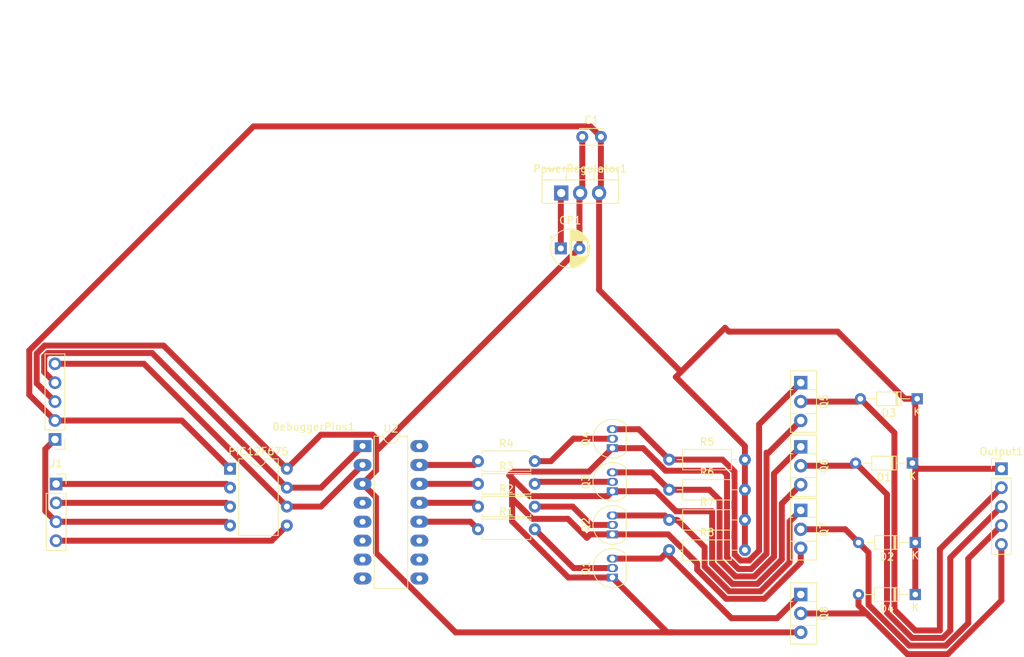
<source format=kicad_pcb>
(kicad_pcb (version 20221018) (generator pcbnew)
  (layers (0 "F.Cu" signal) (31 "B.Cu" signal) (34 "B.Paste" user) (35 "F.Paste" user) (36 "B.SilkS" user "B.Silkscreen") (37 "F.SilkS" user "F.Silkscreen") (38 "B.Mask" user) (39 "F.Mask" user) (44 "Edge.Cuts" user))
  (net 0 "")
  (net 1 "GND")
  (net 2 "+5V")
  (net 3 "Dir")
  (net 4 "Decoder Select 1")
  (net 5 "+12V")
  (net 6 "Net-(Q1-B)")
  (net 7 "Net-(Q2-B)")
  (net 8 "Decoder Select 2")
  (net 9 "RX_UART")
  (net 10 "TX_UART")
  (net 11 "STEP")
  (net 12 "Net-(Q3-B)")
  (net 13 "Net-(Q4-B)")
  (net 14 "Net-(D1-A)")
  (net 15 "Net-(Q1-C)")
  (net 16 "Net-(D3-A)")
  (net 17 "Net-(D4-A)")
  (net 18 "Net-(Q2-C)")
  (net 19 "Net-(Q3-C)")
  (net 20 "Net-(Q4-C)")
  (net 21 "Net-(U2-~{Y3})")
  (net 22 "Net-(U2-~{Y2})")
  (net 23 "Net-(U2-~{Y1})")
  (net 24 "Net-(U2-~{Y0})")
  (net 34 "Net-(D2-A)")
  (footprint "Capacitor_THT:C_Disc_D3.0mm_W2.0mm_P2.50mm" (layer "F.Cu") (at 149.372 50.292)
    (fp_text reference "C1" (at 1.25 -2.25) (layer "F.SilkS"))
    (fp_text value "10nF")
    (pad "1" thru_hole circle (at 0 0) (size 1.6 1.6) (drill 0.8) (layers "*.Cu" "*.Mask") (net 1 "GND"))
    (pad "2" thru_hole circle (at 2.5 0) (size 1.6 1.6) (drill 0.8) (layers "*.Cu" "*.Mask") (net 2 "+5V"))
  )
  (footprint "Resistor_THT:R_Axial_DIN0207_L6.3mm_D2.5mm_P7.62mm_Horizontal" (layer "F.Cu") (at 135.382 96.901)
    (fp_text reference "R3" (at 3.81 -2.37) (layer "F.SilkS"))
    (fp_text value "1k")
    (pad "1" thru_hole circle (at 0 0) (size 1.6 1.6) (drill 0.8) (layers "*.Cu" "*.Mask") (net 23 "Net-(U2-~{Y1})"))
    (pad "2" thru_hole oval (at 7.62 0) (size 1.6 1.6) (drill 0.8) (layers "*.Cu" "*.Mask") (net 12 "Net-(Q3-B)"))
  )
  (footprint "Diode_THT:D_DO-34_SOD68_P7.62mm_Horizontal" (layer "F.Cu") (at 194.061 111.76 180)
    (fp_text reference "D4" (at 3.81 -1.92) (layer "F.SilkS"))
    (fp_text value "1N5817")
    (fp_text user "K" (at 0 -1.75) (layer "F.SilkS"))
    (pad "1" thru_hole rect (at 0 0 180) (size 1.5 1.5) (drill 0.75) (layers "*.Cu" "*.Mask") (net 2 "+5V"))
    (pad "2" thru_hole oval (at 7.62 0 180) (size 1.5 1.5) (drill 0.75) (layers "*.Cu" "*.Mask") (net 17 "Net-(D4-A)"))
  )
  (footprint "Connector_PinSocket_2.54mm:PinSocket_1x04_P2.54mm_Vertical" (layer "F.Cu") (at 78.765 96.911)
    (fp_text reference "J1" (at 0 -2.77) (layer "F.SilkS"))
    (fp_text value "Conn_01x04_Socket")
    (pad "1" thru_hole rect (at 0 0) (size 1.7 1.7) (drill 1) (layers "*.Cu" "*.Mask") (net 9 "RX_UART"))
    (pad "2" thru_hole oval (at 0 2.54) (size 1.7 1.7) (drill 1) (layers "*.Cu" "*.Mask") (net 10 "TX_UART"))
    (pad "3" thru_hole oval (at 0 5.08) (size 1.7 1.7) (drill 1) (layers "*.Cu" "*.Mask") (net 3 "Dir"))
    (pad "4" thru_hole oval (at 0 7.62) (size 1.7 1.7) (drill 1) (layers "*.Cu" "*.Mask") (net 11 "STEP"))
  )
  (footprint "Capacitor_THT:CP_Radial_D5.0mm_P2.50mm" (layer "F.Cu") (at 146.495888 65.278)
    (fp_text reference "CP1" (at 1.25 -3.75) (layer "F.SilkS"))
    (fp_text value "C_Polarized")
    (pad "1" thru_hole rect (at 0 0) (size 1.6 1.6) (drill 0.8) (layers "*.Cu" "*.Mask") (net 5 "+12V"))
    (pad "2" thru_hole circle (at 2.5 0) (size 1.6 1.6) (drill 0.8) (layers "*.Cu" "*.Mask") (net 1 "GND"))
  )
  (footprint "Package_TO_SOT_THT:TO-92_Inline" (layer "F.Cu") (at 153.416 92.104 90)
    (fp_text reference "Q4" (at 1.27 -3.56 90) (layer "F.SilkS"))
    (fp_text value "S8050")
    (pad "1" thru_hole rect (at 0 0 90) (size 1.05 1.5) (drill 0.75) (layers "*.Cu" "*.Mask") (net 1 "GND"))
    (pad "2" thru_hole oval (at 1.27 0 90) (size 1.05 1.5) (drill 0.75) (layers "*.Cu" "*.Mask") (net 13 "Net-(Q4-B)"))
    (pad "3" thru_hole oval (at 2.54 0 90) (size 1.05 1.5) (drill 0.75) (layers "*.Cu" "*.Mask") (net 20 "Net-(Q4-C)"))
  )
  (footprint "Package_TO_SOT_THT:TO-92_Inline" (layer "F.Cu") (at 153.416 97.894 90)
    (fp_text reference "Q3" (at 1.27 -3.56 90) (layer "F.SilkS"))
    (fp_text value "S8050")
    (pad "1" thru_hole rect (at 0 0 90) (size 1.05 1.5) (drill 0.75) (layers "*.Cu" "*.Mask") (net 1 "GND"))
    (pad "2" thru_hole oval (at 1.27 0 90) (size 1.05 1.5) (drill 0.75) (layers "*.Cu" "*.Mask") (net 12 "Net-(Q3-B)"))
    (pad "3" thru_hole oval (at 2.54 0 90) (size 1.05 1.5) (drill 0.75) (layers "*.Cu" "*.Mask") (net 19 "Net-(Q3-C)"))
  )
  (footprint "Connector_PinHeader_2.54mm:PinHeader_1x05_P2.54mm_Vertical" (layer "F.Cu") (at 205.613 94.874)
    (fp_text reference "Output1" (at 0 -2.33) (layer "F.SilkS"))
    (fp_text value "Conn_01x05_Female")
    (pad "1" thru_hole rect (at 0 0) (size 1.7 1.7) (drill 1) (layers "*.Cu" "*.Mask") (net 2 "+5V"))
    (pad "2" thru_hole oval (at 0 2.54) (size 1.7 1.7) (drill 1) (layers "*.Cu" "*.Mask") (net 16 "Net-(D3-A)"))
    (pad "3" thru_hole oval (at 0 5.08) (size 1.7 1.7) (drill 1) (layers "*.Cu" "*.Mask") (net 14 "Net-(D1-A)"))
    (pad "4" thru_hole oval (at 0 7.62) (size 1.7 1.7) (drill 1) (layers "*.Cu" "*.Mask") (net 34 "Net-(D2-A)"))
    (pad "5" thru_hole oval (at 0 10.16) (size 1.7 1.7) (drill 1) (layers "*.Cu" "*.Mask") (net 17 "Net-(D4-A)"))
  )
  (footprint "Connector_PinHeader_2.54mm:PinHeader_1x05_P2.54mm_Vertical" (layer "F.Cu") (at 78.613 90.932 180)
    (fp_text reference "DebuggerPins1" (at -34.704 1.7) (layer "F.SilkS"))
    (fp_text value "Conn_01x05_Female")
    (pad "1" thru_hole rect (at 0 0 180) (size 1.7 1.7) (drill 1) (layers "*.Cu" "*.Mask") (net 3 "Dir"))
    (pad "2" thru_hole oval (at 0 2.54 180) (size 1.7 1.7) (drill 1) (layers "*.Cu" "*.Mask") (net 2 "+5V"))
    (pad "3" thru_hole oval (at 0 5.08 180) (size 1.7 1.7) (drill 1) (layers "*.Cu" "*.Mask") (net 1 "GND"))
    (pad "4" thru_hole oval (at 0 7.62 180) (size 1.7 1.7) (drill 1) (layers "*.Cu" "*.Mask") (net 4 "Decoder Select 1"))
    (pad "5" thru_hole oval (at 0 10.16 180) (size 1.7 1.7) (drill 1) (layers "*.Cu" "*.Mask") (net 8 "Decoder Select 2"))
  )
  (footprint "Package_TO_SOT_THT:TO-126-3_Vertical" (layer "F.Cu") (at 178.695 83.312 -90)
    (fp_text reference "Q5" (at 2.54 -3.12 90) (layer "F.SilkS"))
    (fp_text value "BD681")
    (pad "1" thru_hole rect (at 0 0 270) (size 1.8 1.8) (drill 1) (layers "*.Cu" "*.Mask") (net 20 "Net-(Q4-C)"))
    (pad "2" thru_hole oval (at 2.54 0 270) (size 1.8 1.8) (drill 1) (layers "*.Cu" "*.Mask") (net 16 "Net-(D3-A)"))
    (pad "3" thru_hole oval (at 5.08 0 270) (size 1.8 1.8) (drill 1) (layers "*.Cu" "*.Mask") (net 1 "GND"))
  )
  (footprint "Diode_THT:D_DO-34_SOD68_P7.62mm_Horizontal" (layer "F.Cu") (at 194.315 85.471 180)
    (fp_text reference "D3" (at 3.81 -1.92) (layer "F.SilkS"))
    (fp_text value "1N5817")
    (fp_text user "K" (at 0 -1.75) (layer "F.SilkS"))
    (pad "1" thru_hole rect (at 0 0 180) (size 1.5 1.5) (drill 0.75) (layers "*.Cu" "*.Mask") (net 2 "+5V"))
    (pad "2" thru_hole oval (at 7.62 0 180) (size 1.5 1.5) (drill 0.75) (layers "*.Cu" "*.Mask") (net 16 "Net-(D3-A)"))
  )
  (footprint "Package_TO_SOT_THT:TO-92_Inline" (layer "F.Cu") (at 153.416 103.684 90)
    (fp_text reference "Q2" (at 1.27 -3.56 90) (layer "F.SilkS"))
    (fp_text value "S8050")
    (pad "1" thru_hole rect (at 0 0 90) (size 1.05 1.5) (drill 0.75) (layers "*.Cu" "*.Mask") (net 1 "GND"))
    (pad "2" thru_hole oval (at 1.27 0 90) (size 1.05 1.5) (drill 0.75) (layers "*.Cu" "*.Mask") (net 7 "Net-(Q2-B)"))
    (pad "3" thru_hole oval (at 2.54 0 90) (size 1.05 1.5) (drill 0.75) (layers "*.Cu" "*.Mask") (net 18 "Net-(Q2-C)"))
  )
  (footprint "Package_TO_SOT_THT:TO-126-3_Vertical" (layer "F.Cu") (at 178.695 91.922 -90)
    (fp_text reference "Q6" (at 2.54 -3.12 90) (layer "F.SilkS"))
    (fp_text value "BD681")
    (pad "1" thru_hole rect (at 0 0 270) (size 1.8 1.8) (drill 1) (layers "*.Cu" "*.Mask") (net 19 "Net-(Q3-C)"))
    (pad "2" thru_hole oval (at 2.54 0 270) (size 1.8 1.8) (drill 1) (layers "*.Cu" "*.Mask") (net 14 "Net-(D1-A)"))
    (pad "3" thru_hole oval (at 5.08 0 270) (size 1.8 1.8) (drill 1) (layers "*.Cu" "*.Mask") (net 1 "GND"))
  )
  (footprint "Resistor_THT:R_Axial_DIN0207_L6.3mm_D2.5mm_P10.16mm_Horizontal" (layer "F.Cu") (at 161.036 93.641)
    (fp_text reference "R5" (at 5.08 -2.37) (layer "F.SilkS"))
    (fp_text value "2k")
    (pad "1" thru_hole circle (at 0 0) (size 1.6 1.6) (drill 0.8) (layers "*.Cu" "*.Mask") (net 20 "Net-(Q4-C)"))
    (pad "2" thru_hole oval (at 10.16 0) (size 1.6 1.6) (drill 0.8) (layers "*.Cu" "*.Mask") (net 2 "+5V"))
  )
  (footprint "Resistor_THT:R_Axial_DIN0207_L6.3mm_D2.5mm_P10.16mm_Horizontal" (layer "F.Cu") (at 161.036 105.791)
    (fp_text reference "R8" (at 5.08 -2.37) (layer "F.SilkS"))
    (fp_text value "2k")
    (pad "1" thru_hole circle (at 0 0) (size 1.6 1.6) (drill 0.8) (layers "*.Cu" "*.Mask") (net 15 "Net-(Q1-C)"))
    (pad "2" thru_hole oval (at 10.16 0) (size 1.6 1.6) (drill 0.8) (layers "*.Cu" "*.Mask") (net 2 "+5V"))
  )
  (footprint "Resistor_THT:R_Axial_DIN0207_L6.3mm_D2.5mm_P7.62mm_Horizontal" (layer "F.Cu") (at 135.382 99.949)
    (fp_text reference "R2" (at 3.81 -2.37) (layer "F.SilkS"))
    (fp_text value "1k")
    (pad "1" thru_hole circle (at 0 0) (size 1.6 1.6) (drill 0.8) (layers "*.Cu" "*.Mask") (net 22 "Net-(U2-~{Y2})"))
    (pad "2" thru_hole oval (at 7.62 0) (size 1.6 1.6) (drill 0.8) (layers "*.Cu" "*.Mask") (net 7 "Net-(Q2-B)"))
  )
  (footprint "Package_TO_SOT_THT:TO-92_Inline" (layer "F.Cu") (at 153.416 109.474 90)
    (fp_text reference "Q1" (at 1.27 -3.56 90) (layer "F.SilkS"))
    (fp_text value "S8050" hide)
    (pad "1" thru_hole rect (at 0 0 90) (size 1.05 1.5) (drill 0.75) (layers "*.Cu" "*.Mask") (net 1 "GND"))
    (pad "2" thru_hole oval (at 1.27 0 90) (size 1.05 1.5) (drill 0.75) (layers "*.Cu" "*.Mask") (net 6 "Net-(Q1-B)"))
    (pad "3" thru_hole oval (at 2.54 0 90) (size 1.05 1.5) (drill 0.75) (layers "*.Cu" "*.Mask") (net 15 "Net-(Q1-C)"))
  )
  (footprint "Package_TO_SOT_THT:TO-126-3_Vertical" (layer "F.Cu") (at 178.689 100.457 -90)
    (fp_text reference "Q7" (at 2.54 -3.12 90) (layer "F.SilkS"))
    (fp_text value "BD681")
    (pad "1" thru_hole rect (at 0 0 270) (size 1.8 1.8) (drill 1) (layers "*.Cu" "*.Mask") (net 18 "Net-(Q2-C)"))
    (pad "2" thru_hole oval (at 2.54 0 270) (size 1.8 1.8) (drill 1) (layers "*.Cu" "*.Mask") (net 34 "Net-(D2-A)"))
    (pad "3" thru_hole oval (at 5.08 0 270) (size 1.8 1.8) (drill 1) (layers "*.Cu" "*.Mask") (net 1 "GND"))
  )
  (footprint "Resistor_THT:R_Axial_DIN0207_L6.3mm_D2.5mm_P7.62mm_Horizontal" (layer "F.Cu") (at 135.382 93.853)
    (fp_text reference "R4" (at 3.81 -2.37) (layer "F.SilkS"))
    (fp_text value "1k")
    (pad "1" thru_hole circle (at 0 0) (size 1.6 1.6) (drill 0.8) (layers "*.Cu" "*.Mask") (net 24 "Net-(U2-~{Y0})"))
    (pad "2" thru_hole oval (at 7.62 0) (size 1.6 1.6) (drill 0.8) (layers "*.Cu" "*.Mask") (net 13 "Net-(Q4-B)"))
  )
  (footprint "Package_TO_SOT_THT:TO-220-3_Vertical" (layer "F.Cu") (at 146.547225 57.839)
    (fp_text reference "PowerRegulator1" (at 2.54 -3.27 180) (layer "F.SilkS"))
    (fp_text value "LM7805_TO220")
    (pad "1" thru_hole rect (at 0 0) (size 1.905 2) (drill 1.1) (layers "*.Cu" "*.Mask") (net 5 "+12V"))
    (pad "2" thru_hole oval (at 2.54 0) (size 1.905 2) (drill 1.1) (layers "*.Cu" "*.Mask") (net 1 "GND"))
    (pad "3" thru_hole oval (at 5.08 0) (size 1.905 2) (drill 1.1) (layers "*.Cu" "*.Mask") (net 2 "+5V"))
  )
  (footprint "Package_DIP:DIP-8_W7.62mm" (layer "F.Cu") (at 102.108 94.869)
    (fp_text reference "PIC12F675" (at 3.81 -2.33) (layer "F.SilkS"))
    (fp_text value "PIC12F675-IP")
    (pad "1" thru_hole rect (at 0 0) (size 1.6 1.6) (drill 0.8) (layers "*.Cu" "*.Mask") (net 2 "+5V"))
    (pad "2" thru_hole oval (at 0 2.54) (size 1.6 1.6) (drill 0.8) (layers "*.Cu" "*.Mask") (net 9 "RX_UART"))
    (pad "3" thru_hole oval (at 0 5.08) (size 1.6 1.6) (drill 0.8) (layers "*.Cu" "*.Mask") (net 10 "TX_UART"))
    (pad "4" thru_hole oval (at 0 7.62) (size 1.6 1.6) (drill 0.8) (layers "*.Cu" "*.Mask") (net 3 "Dir"))
    (pad "5" thru_hole oval (at 7.62 7.62) (size 1.6 1.6) (drill 0.8) (layers "*.Cu" "*.Mask") (net 11 "STEP"))
    (pad "6" thru_hole oval (at 7.62 5.08) (size 1.6 1.6) (drill 0.8) (layers "*.Cu" "*.Mask") (net 8 "Decoder Select 2"))
    (pad "7" thru_hole oval (at 7.62 2.54) (size 1.6 1.6) (drill 0.8) (layers "*.Cu" "*.Mask") (net 4 "Decoder Select 1"))
    (pad "8" thru_hole oval (at 7.62 0) (size 1.6 1.6) (drill 0.8) (layers "*.Cu" "*.Mask") (net 1 "GND"))
  )
  (footprint "Diode_THT:D_DO-34_SOD68_P7.62mm_Horizontal" (layer "F.Cu") (at 194.061 104.775 180)
    (fp_text reference "D2" (at 3.81 -1.92) (layer "F.SilkS"))
    (fp_text value "1N5817")
    (fp_text user "K" (at 0 -1.75) (layer "F.SilkS"))
    (pad "1" thru_hole rect (at 0 0 180) (size 1.5 1.5) (drill 0.75) (layers "*.Cu" "*.Mask") (net 2 "+5V"))
    (pad "2" thru_hole oval (at 7.62 0 180) (size 1.5 1.5) (drill 0.75) (layers "*.Cu" "*.Mask") (net 34 "Net-(D2-A)"))
  )
  (footprint "Resistor_THT:R_Axial_DIN0207_L6.3mm_D2.5mm_P10.16mm_Horizontal" (layer "F.Cu") (at 161.036 101.741)
    (fp_text reference "R7" (at 5.08 -2.37) (layer "F.SilkS"))
    (fp_text value "2k")
    (pad "1" thru_hole circle (at 0 0) (size 1.6 1.6) (drill 0.8) (layers "*.Cu" "*.Mask") (net 18 "Net-(Q2-C)"))
    (pad "2" thru_hole oval (at 10.16 0) (size 1.6 1.6) (drill 0.8) (layers "*.Cu" "*.Mask") (net 2 "+5V"))
  )
  (footprint "Resistor_THT:R_Axial_DIN0207_L6.3mm_D2.5mm_P7.62mm_Horizontal" (layer "F.Cu") (at 135.382 102.997)
    (fp_text reference "R1" (at 3.81 -2.37) (layer "F.SilkS"))
    (fp_text value "1k")
    (pad "1" thru_hole circle (at 0 0) (size 1.6 1.6) (drill 0.8) (layers "*.Cu" "*.Mask") (net 21 "Net-(U2-~{Y3})"))
    (pad "2" thru_hole oval (at 7.62 0) (size 1.6 1.6) (drill 0.8) (layers "*.Cu" "*.Mask") (net 6 "Net-(Q1-B)"))
  )
  (footprint "Package_DIP:DIP-16_W7.62mm_LongPads" (layer "F.Cu") (at 119.888 91.821)
    (fp_text reference "U2" (at 3.81 -2.33) (layer "F.SilkS"))
    (fp_text value "74HC138")
    (pad "1" thru_hole rect (at 0 0) (size 2.4 1.6) (drill 0.8) (layers "*.Cu" "*.Mask") (net 4 "Decoder Select 1"))
    (pad "2" thru_hole oval (at 0 2.54) (size 2.4 1.6) (drill 0.8) (layers "*.Cu" "*.Mask") (net 8 "Decoder Select 2"))
    (pad "3" thru_hole oval (at 0 5.08) (size 2.4 1.6) (drill 0.8) (layers "*.Cu" "*.Mask") (net 1 "GND"))
    (pad "4" thru_hole oval (at 0 7.62) (size 2.4 1.6) (drill 0.8) (layers "*.Cu" "*.Mask"))
    (pad "5" thru_hole oval (at 0 10.16) (size 2.4 1.6) (drill 0.8) (layers "*.Cu" "*.Mask"))
    (pad "6" thru_hole oval (at 0 12.7) (size 2.4 1.6) (drill 0.8) (layers "*.Cu" "*.Mask"))
    (pad "7" thru_hole oval (at 0 15.24) (size 2.4 1.6) (drill 0.8) (layers "*.Cu" "*.Mask"))
    (pad "8" thru_hole oval (at 0 17.78) (size 2.4 1.6) (drill 0.8) (layers "*.Cu" "*.Mask"))
    (pad "9" thru_hole oval (at 7.62 17.78) (size 2.4 1.6) (drill 0.8) (layers "*.Cu" "*.Mask"))
    (pad "10" thru_hole oval (at 7.62 15.24) (size 2.4 1.6) (drill 0.8) (layers "*.Cu" "*.Mask"))
    (pad "11" thru_hole oval (at 7.62 12.7) (size 2.4 1.6) (drill 0.8) (layers "*.Cu" "*.Mask"))
    (pad "12" thru_hole oval (at 7.62 10.16) (size 2.4 1.6) (drill 0.8) (layers "*.Cu" "*.Mask") (net 21 "Net-(U2-~{Y3})"))
    (pad "13" thru_hole oval (at 7.62 7.62) (size 2.4 1.6) (drill 0.8) (layers "*.Cu" "*.Mask") (net 22 "Net-(U2-~{Y2})"))
    (pad "14" thru_hole oval (at 7.62 5.08) (size 2.4 1.6) (drill 0.8) (layers "*.Cu" "*.Mask") (net 23 "Net-(U2-~{Y1})"))
    (pad "15" thru_hole oval (at 7.62 2.54) (size 2.4 1.6) (drill 0.8) (layers "*.Cu" "*.Mask") (net 24 "Net-(U2-~{Y0})"))
    (pad "16" thru_hole oval (at 7.62 0) (size 2.4 1.6) (drill 0.8) (layers "*.Cu" "*.Mask"))
  )
  (footprint "Resistor_THT:R_Axial_DIN0207_L6.3mm_D2.5mm_P10.16mm_Horizontal" (layer "F.Cu") (at 161.036 97.691)
    (fp_text reference "R6" (at 5.08 -2.37) (layer "F.SilkS"))
    (fp_text value "2k")
    (pad "1" thru_hole circle (at 0 0) (size 1.6 1.6) (drill 0.8) (layers "*.Cu" "*.Mask") (net 19 "Net-(Q3-C)"))
    (pad "2" thru_hole oval (at 10.16 0) (size 1.6 1.6) (drill 0.8) (layers "*.Cu" "*.Mask") (net 2 "+5V"))
  )
  (footprint "Diode_THT:D_DO-34_SOD68_P7.62mm_Horizontal" (layer "F.Cu") (at 193.675 94.107 180)
    (fp_text reference "D1" (at 3.81 -1.92) (layer "F.SilkS"))
    (fp_text value "1N5817")
    (fp_text user "K" (at 0 -1.75) (layer "F.SilkS"))
    (pad "1" thru_hole rect (at 0 0 180) (size 1.5 1.5) (drill 0.75) (layers "*.Cu" "*.Mask") (net 2 "+5V"))
    (pad "2" thru_hole oval (at 7.62 0 180) (size 1.5 1.5) (drill 0.75) (layers "*.Cu" "*.Mask") (net 14 "Net-(D1-A)"))
  )
  (footprint "Package_TO_SOT_THT:TO-126-3_Vertical" (layer "F.Cu") (at 178.695 111.76 -90)
    (fp_text reference "Q8" (at 2.54 -3.12 90) (layer "F.SilkS"))
    (fp_text value "BD681")
    (pad "1" thru_hole rect (at 0 0 270) (size 1.8 1.8) (drill 1) (layers "*.Cu" "*.Mask") (net 15 "Net-(Q1-C)"))
    (pad "2" thru_hole oval (at 2.54 0 270) (size 1.8 1.8) (drill 1) (layers "*.Cu" "*.Mask") (net 17 "Net-(D4-A)"))
    (pad "3" thru_hole oval (at 5.08 0 270) (size 1.8 1.8) (drill 1) (layers "*.Cu" "*.Mask") (net 1 "GND"))
  )
  (segment (start 139.954 98.873786) (end 139.954 101.921786) (width 0.8) (layer "F.Cu") (net 1))
  (segment (start 169.520572 110.331) (end 172.871427 110.331001) (width 0.8) (layer "F.Cu") (net 1))
  (segment (start 147.444 101.597) (end 149.987 104.14) (width 0.8) (layer "F.Cu") (net 1))
  (segment (start 174.377 92.71) (end 178.695 88.392) (width 0.8) (layer "F.Cu") (net 1))
  (segment (start 170.349 108.331) (end 172.043 108.331) (width 0.8) (layer "F.Cu") (net 1))
  (segment (start 142.364 98.549) (end 152.761 98.549) (width 0.8) (layer "F.Cu") (net 1))
  (segment (start 139.573 95.758) (end 139.954 96.139) (width 0.8) (layer "F.Cu") (net 1))
  (segment (start 149.372 57.554225) (end 149.087225 57.839) (width 0.8) (layer "F.Cu") (net 1))
  (segment (start 132.374214 116.84) (end 121.688 106.153786) (width 0.8) (layer "F.Cu") (net 1))
  (segment (start 121.688 106.153786) (end 121.688 98.701) (width 0.8) (layer "F.Cu") (net 1))
  (segment (start 168.266393 95.131607) (end 168.796 95.661214) (width 0.8) (layer "F.Cu") (net 1))
  (segment (start 153.416 109.474) (end 160.782 116.84) (width 0.8) (layer "F.Cu") (net 1))
  (segment (start 122.020416 92.202) (end 121.688 92.202) (width 0.8) (layer "F.Cu") (net 1))
  (segment (start 157.526214 92.104) (end 160.553821 95.131607) (width 0.8) (layer "F.Cu") (net 1))
  (segment (start 176.149 107.053428) (end 176.149 99.548) (width 0.8) (layer "F.Cu") (net 1))
  (segment (start 159.266214 97.894) (end 161.956214 100.584) (width 0.8) (layer "F.Cu") (net 1))
  (segment (start 140.078 95.253) (end 139.573 95.758) (width 0.8) (layer "F.Cu") (net 1))
  (segment (start 168.796 106.778) (end 170.349 108.331) (width 0.8) (layer "F.Cu") (net 1))
  (segment (start 139.954 101.921786) (end 147.506214 109.474) (width 0.8) (layer "F.Cu") (net 1))
  (segment (start 153.416 97.894) (end 159.266214 97.894) (width 0.8) (layer "F.Cu") (net 1))
  (segment (start 161.956214 100.584) (end 166.796 100.584) (width 0.8) (layer "F.Cu") (net 1))
  (segment (start 142.677214 101.597) (end 147.444 101.597) (width 0.8) (layer "F.Cu") (net 1))
  (segment (start 164.795998 108.434854) (end 168.692146 112.331002) (width 0.8) (layer "F.Cu") (net 1))
  (segment (start 148.995888 65.278) (end 148.995888 64.389) (width 0.8) (layer "F.Cu") (net 1))
  (segment (start 153.416 103.684) (end 160.901786 103.684) (width 0.8) (layer "F.Cu") (net 1))
  (segment (start 121.688 95.101) (end 121.688 92.202) (width 0.8) (layer "F.Cu") (net 1))
  (segment (start 121.688 90.772472) (end 121.212528 90.297) (width 0.8) (layer "F.Cu") (net 1))
  (segment (start 161.417 116.84) (end 132.374214 116.84) (width 0.8) (layer "F.Cu") (net 1))
  (segment (start 153.416 92.104) (end 157.526214 92.104) (width 0.8) (layer "F.Cu") (net 1))
  (segment (start 139.954 96.139) (end 142.364 98.549) (width 0.8) (layer "F.Cu") (net 1))
  (segment (start 152.761 98.549) (end 153.416 97.894) (width 0.8) (layer "F.Cu") (net 1))
  (segment (start 147.506214 109.474) (end 153.416 109.474) (width 0.8) (layer "F.Cu") (net 1))
  (segment (start 150.267 95.253) (end 140.078 95.253) (width 0.8) (layer "F.Cu") (net 1))
  (segment (start 93.185656 78.326656) (end 109.728 94.869) (width 0.8) (layer "F.Cu") (net 1))
  (segment (start 119.888 96.901) (end 121.688 95.101) (width 0.8) (layer "F.Cu") (net 1))
  (segment (start 174.101 106.273) (end 174.101 92.71) (width 0.8) (layer "F.Cu") (net 1))
  (segment (start 114.3 90.297) (end 109.728 94.869) (width 0.8) (layer "F.Cu") (net 1))
  (segment (start 148.995888 65.226528) (end 122.020416 92.202) (width 0.8) (layer "F.Cu") (net 1))
  (segment (start 78.613 85.852) (end 76.163 83.402) (width 0.8) (layer "F.Cu") (net 1))
  (segment (start 148.995888 64.389) (end 148.995888 57.930337) (width 0.8) (layer "F.Cu") (net 1))
  (segment (start 150.443 103.684) (end 153.416 103.684) (width 0.8) (layer "F.Cu") (net 1))
  (segment (start 148.995888 57.930337) (end 149.087225 57.839) (width 0.8) (layer "F.Cu") (net 1))
  (segment (start 161.417 116.84) (end 178.695 116.84) (width 0.8) (layer "F.Cu") (net 1))
  (segment (start 139.954 98.873786) (end 142.677214 101.597) (width 0.8) (layer "F.Cu") (net 1))
  (segment (start 153.416 92.104) (end 150.267 95.253) (width 0.8) (layer "F.Cu") (net 1))
  (segment (start 166.796 107.606428) (end 169.520572 110.331) (width 0.8) (layer "F.Cu") (net 1))
  (segment (start 76.163 83.402) (end 76.163 79.394786) (width 0.8) (layer "F.Cu") (net 1))
  (segment (start 160.553821 95.131607) (end 168.266393 95.131607) (width 0.8) (layer "F.Cu") (net 1))
  (segment (start 121.212528 90.297) (end 114.3 90.297) (width 0.8) (layer "F.Cu") (net 1))
  (segment (start 168.796 95.661214) (end 168.796 106.778) (width 0.8) (layer "F.Cu") (net 1))
  (segment (start 160.782 116.84) (end 161.417 116.84) (width 0.8) (layer "F.Cu") (net 1))
  (segment (start 77.23113 78.326656) (end 93.185656 78.326656) (width 0.8) (layer "F.Cu") (net 1))
  (segment (start 168.692146 112.331002) (end 173.799998 112.331002) (width 0.8) (layer "F.Cu") (net 1))
  (segment (start 172.043 108.331) (end 174.101 106.273) (width 0.8) (layer "F.Cu") (net 1))
  (segment (start 148.995888 64.389) (end 148.995888 65.226528) (width 0.8) (layer "F.Cu") (net 1))
  (segment (start 164.795999 107.578213) (end 164.795998 108.434854) (width 0.8) (layer "F.Cu") (net 1))
  (segment (start 173.799998 112.331002) (end 178.689 107.442) (width 0.8) (layer "F.Cu") (net 1))
  (segment (start 160.901786 103.684) (end 164.795999 107.578213) (width 0.8) (layer "F.Cu") (net 1))
  (segment (start 121.688 92.202) (end 121.688 90.772472) (width 0.8) (layer "F.Cu") (net 1))
  (segment (start 166.796 100.584) (end 166.796 107.606428) (width 0.8) (layer "F.Cu") (net 1))
  (segment (start 139.954 96.139) (end 139.954 98.873786) (width 0.8) (layer "F.Cu") (net 1))
  (segment (start 176.149 99.548) (end 178.695 97.002) (width 0.8) (layer "F.Cu") (net 1))
  (segment (start 178.689 107.442) (end 178.689 105.537) (width 0.8) (layer "F.Cu") (net 1))
  (segment (start 172.871427 110.331001) (end 176.149 107.053428) (width 0.8) (layer "F.Cu") (net 1))
  (segment (start 76.163 79.394786) (end 77.23113 78.326656) (width 0.8) (layer "F.Cu") (net 1))
  (segment (start 121.688 98.701) (end 119.888 96.901) (width 0.8) (layer "F.Cu") (net 1))
  (segment (start 174.101 92.71) (end 174.377 92.71) (width 0.8) (layer "F.Cu") (net 1))
  (segment (start 149.987 104.14) (end 150.443 103.684) (width 0.8) (layer "F.Cu") (net 1))
  (segment (start 149.372 50.292) (end 149.372 57.554225) (width 0.8) (layer "F.Cu") (net 1))
  (segment (start 151.872 57.594225) (end 151.627225 57.839) (width 0.8) (layer "F.Cu") (net 2))
  (segment (start 75.162999 84.941999) (end 78.613 88.392) (width 0.8) (layer "F.Cu") (net 2))
  (segment (start 162.6235 81.8515) (end 151.627225 70.855225) (width 0.8) (layer "F.Cu") (net 2))
  (segment (start 205.613 94.874) (end 194.442 94.874) (width 0.8) (layer "F.Cu") (net 2))
  (segment (start 194.442 94.874) (end 193.675 94.107) (width 0.8) (layer "F.Cu") (net 2))
  (segment (start 95.631 88.392) (end 102.108 94.869) (width 0.8) (layer "F.Cu") (net 2))
  (segment (start 194.061 85.725) (end 194.315 85.471) (width 0.8) (layer "F.Cu") (net 2))
  (segment (start 105.251572 48.892) (end 75.162999 78.980573) (width 0.8) (layer "F.Cu") (net 2))
  (segment (start 194.315 85.471) (end 192.659 85.471) (width 0.8) (layer "F.Cu") (net 2))
  (segment (start 169.037 76.454) (end 168.529 75.946) (width 0.8) (layer "F.Cu") (net 2))
  (segment (start 192.659 85.471) (end 183.642 76.454) (width 0.8) (layer "F.Cu") (net 2))
  (segment (start 75.162999 78.980573) (end 75.162999 84.941999) (width 0.8) (layer "F.Cu") (net 2))
  (segment (start 171.196 91.821) (end 161.925 82.55) (width 0.8) (layer "F.Cu") (net 2))
  (segment (start 150.472 48.892) (end 105.251572 48.892) (width 0.8) (layer "F.Cu") (net 2))
  (segment (start 151.627225 70.855225) (end 151.627225 57.839) (width 0.8) (layer "F.Cu") (net 2))
  (segment (start 151.872 50.292) (end 150.472 48.892) (width 0.8) (layer "F.Cu") (net 2))
  (segment (start 171.196 105.791) (end 171.196 91.821) (width 0.8) (layer "F.Cu") (net 2))
  (segment (start 162.6235 81.8515) (end 161.925 82.55) (width 0.8) (layer "F.Cu") (net 2))
  (segment (start 168.529 75.946) (end 162.6235 81.8515) (width 0.8) (layer "F.Cu") (net 2))
  (segment (start 194.061 111.76) (end 194.061 85.725) (width 0.8) (layer "F.Cu") (net 2))
  (segment (start 151.872 50.292) (end 151.872 57.594225) (width 0.8) (layer "F.Cu") (net 2))
  (segment (start 183.642 76.454) (end 169.037 76.454) (width 0.8) (layer "F.Cu") (net 2))
  (segment (start 78.613 88.392) (end 95.631 88.392) (width 0.8) (layer "F.Cu") (net 2))
  (segment (start 78.613 90.932) (end 77.315 92.23) (width 0.8) (layer "F.Cu") (net 3))
  (segment (start 77.315 92.23) (end 77.315 100.541) (width 0.8) (layer "F.Cu") (net 3))
  (segment (start 101.61 101.991) (end 102.108 102.489) (width 0.8) (layer "F.Cu") (net 3))
  (segment (start 77.315 100.541) (end 78.765 101.991) (width 0.8) (layer "F.Cu") (net 3))
  (segment (start 78.765 101.991) (end 101.61 101.991) (width 0.8) (layer "F.Cu") (net 3))
  (segment (start 77.163 81.862) (end 77.163 79.809) (width 0.8) (layer "F.Cu") (net 4))
  (segment (start 77.163 79.809) (end 77.645344 79.326656) (width 0.8) (layer "F.Cu") (net 4))
  (segment (start 78.613 83.312) (end 77.163 81.862) (width 0.8) (layer "F.Cu") (net 4))
  (segment (start 91.645656 79.326656) (end 109.728 97.409) (width 0.8) (layer "F.Cu") (net 4))
  (segment (start 77.645344 79.326656) (end 91.645656 79.326656) (width 0.8) (layer "F.Cu") (net 4))
  (segment (start 114.3 97.409) (end 119.888 91.821) (width 0.8) (layer "F.Cu") (net 4))
  (segment (start 109.728 97.409) (end 114.3 97.409) (width 0.8) (layer "F.Cu") (net 4))
  (segment (start 146.495888 57.890337) (end 146.547225 57.839) (width 0.8) (layer "F.Cu") (net 5))
  (segment (start 146.495888 65.278) (end 146.495888 57.890337) (width 0.8) (layer "F.Cu") (net 5))
  (segment (start 143.002 102.997) (end 148.209 108.204) (width 0.8) (layer "F.Cu") (net 6))
  (segment (start 148.209 108.204) (end 153.416 108.204) (width 0.8) (layer "F.Cu") (net 6))
  (segment (start 148.082 99.949) (end 143.002 99.949) (width 0.8) (layer "F.Cu") (net 7))
  (segment (start 153.416 102.414) (end 150.547 102.414) (width 0.8) (layer "F.Cu") (net 7))
  (segment (start 150.547 102.414) (end 148.082 99.949) (width 0.8) (layer "F.Cu") (net 7))
  (segment (start 90.551 80.772) (end 109.728 99.949) (width 0.8) (layer "F.Cu") (net 8))
  (segment (start 109.728 99.949) (end 114.3 99.949) (width 0.8) (layer "F.Cu") (net 8))
  (segment (start 78.613 80.772) (end 90.551 80.772) (width 0.8) (layer "F.Cu") (net 8))
  (segment (start 114.3 99.949) (end 119.888 94.361) (width 0.8) (layer "F.Cu") (net 8))
  (segment (start 101.61 96.911) (end 102.108 97.409) (width 0.8) (layer "F.Cu") (net 9))
  (segment (start 78.765 96.911) (end 101.61 96.911) (width 0.8) (layer "F.Cu") (net 9))
  (segment (start 78.765 99.451) (end 101.61 99.451) (width 0.8) (layer "F.Cu") (net 10))
  (segment (start 101.61 99.451) (end 102.108 99.949) (width 0.8) (layer "F.Cu") (net 10))
  (segment (start 107.686 104.531) (end 109.728 102.489) (width 0.8) (layer "F.Cu") (net 11))
  (segment (start 78.765 104.531) (end 107.686 104.531) (width 0.8) (layer "F.Cu") (net 11))
  (segment (start 143.279 96.624) (end 143.002 96.901) (width 0.8) (layer "F.Cu") (net 12))
  (segment (start 153.416 96.624) (end 143.279 96.624) (width 0.8) (layer "F.Cu") (net 12))
  (segment (start 148.209 90.805) (end 148.238 90.834) (width 0.8) (layer "F.Cu") (net 13))
  (segment (start 143.002 93.853) (end 145.161 93.853) (width 0.8) (layer "F.Cu") (net 13))
  (segment (start 148.238 90.834) (end 153.416 90.834) (width 0.8) (layer "F.Cu") (net 13))
  (segment (start 145.161 93.853) (end 148.209 90.805) (width 0.8) (layer "F.Cu") (net 13))
  (segment (start 198.755 106.812) (end 205.613 99.954) (width 0.8) (layer "F.Cu") (net 14))
  (segment (start 190.262 114.206214) (end 193.641786 117.586) (width 0.8) (layer "F.Cu") (net 14))
  (segment (start 198.755 116.603214) (end 198.755 106.812) (width 0.8) (layer "F.Cu") (net 14))
  (segment (start 185.7 94.462) (end 186.055 94.107) (width 0.8) (layer "F.Cu") (net 14))
  (segment (start 197.772214 117.586) (end 198.755 116.603214) (width 0.8) (layer "F.Cu") (net 14))
  (segment (start 178.695 94.462) (end 185.7 94.462) (width 0.8) (layer "F.Cu") (net 14))
  (segment (start 190.262 98.314) (end 190.262 114.206214) (width 0.8) (layer "F.Cu") (net 14))
  (segment (start 186.055 94.107) (end 190.262 98.314) (width 0.8) (layer "F.Cu") (net 14))
  (segment (start 193.641786 117.586) (end 197.772214 117.586) (width 0.8) (layer "F.Cu") (net 14))
  (segment (start 169.38 114.935) (end 175.52 114.935) (width 0.8) (layer "F.Cu") (net 15))
  (segment (start 161.036 106.591) (end 169.38 114.935) (width 0.8) (layer "F.Cu") (net 15))
  (segment (start 175.52 114.935) (end 178.695 111.76) (width 0.8) (layer "F.Cu") (net 15))
  (segment (start 159.893 106.934) (end 161.036 105.791) (width 0.8) (layer "F.Cu") (net 15))
  (segment (start 161.036 105.791) (end 161.036 106.591) (width 0.8) (layer "F.Cu") (net 15))
  (segment (start 153.416 106.934) (end 159.893 106.934) (width 0.8) (layer "F.Cu") (net 15))
  (segment (start 186.695 85.471) (end 191.262 90.038) (width 0.8) (layer "F.Cu") (net 16))
  (segment (start 178.695 85.852) (end 186.314 85.852) (width 0.8) (layer "F.Cu") (net 16))
  (segment (start 194.056 116.586) (end 197.358 116.586) (width 0.8) (layer "F.Cu") (net 16))
  (segment (start 191.262 90.038) (end 191.262 113.792) (width 0.8) (layer "F.Cu") (net 16))
  (segment (start 191.262 113.792) (end 194.056 116.586) (width 0.8) (layer "F.Cu") (net 16))
  (segment (start 197.358 116.586) (end 197.358 105.669) (width 0.8) (layer "F.Cu") (net 16))
  (segment (start 197.358 105.669) (end 205.613 97.414) (width 0.8) (layer "F.Cu") (net 16))
  (segment (start 186.314 85.852) (end 186.695 85.471) (width 0.8) (layer "F.Cu") (net 16))
  (segment (start 186.441 111.76) (end 186.441 113.213642) (width 0.8) (layer "F.Cu") (net 17))
  (segment (start 187.527358 114.3) (end 187.743679 114.516321) (width 0.8) (layer "F.Cu") (net 17))
  (segment (start 186.314 111.633) (end 186.441 111.76) (width 0.8) (layer "F.Cu") (net 17))
  (segment (start 192.988358 119.761) (end 198.425642 119.761) (width 0.8) (layer "F.Cu") (net 17))
  (segment (start 178.695 114.3) (end 187.527358 114.3) (width 0.8) (layer "F.Cu") (net 17))
  (segment (start 186.441 113.213642) (end 187.743679 114.516321) (width 0.8) (layer "F.Cu") (net 17))
  (segment (start 198.425642 119.761) (end 205.613 112.573642) (width 0.8) (layer "F.Cu") (net 17))
  (segment (start 205.613 112.573642) (end 205.613 105.034) (width 0.8) (layer "F.Cu") (net 17))
  (segment (start 187.743679 114.516321) (end 192.988358 119.761) (width 0.8) (layer "F.Cu") (net 17))
  (segment (start 162.127 101.741) (end 165.796 105.41) (width 0.8) (layer "F.Cu") (net 18))
  (segment (start 177.189 101.957) (end 178.689 100.457) (width 0.8) (layer "F.Cu") (net 18))
  (segment (start 153.416 101.144) (end 160.439 101.144) (width 0.8) (layer "F.Cu") (net 18))
  (segment (start 165.795999 108.020641) (end 169.10636 111.331002) (width 0.8) (layer "F.Cu") (net 18))
  (segment (start 165.796 105.41) (end 165.795999 108.020641) (width 0.8) (layer "F.Cu") (net 18))
  (segment (start 173.28564 111.331002) (end 177.189 107.427642) (width 0.8) (layer "F.Cu") (net 18))
  (segment (start 160.439 101.144) (end 161.036 101.741) (width 0.8) (layer "F.Cu") (net 18))
  (segment (start 177.189 107.427642) (end 177.189 101.957) (width 0.8) (layer "F.Cu") (net 18))
  (segment (start 161.036 101.741) (end 162.127 101.741) (width 0.8) (layer "F.Cu") (net 18))
  (segment (start 169.10636 111.331002) (end 173.28564 111.331002) (width 0.8) (layer "F.Cu") (net 18))
  (segment (start 175.101 95.516) (end 178.695 91.922) (width 0.8) (layer "F.Cu") (net 19))
  (segment (start 175.101 106.687214) (end 175.101 95.516) (width 0.8) (layer "F.Cu") (net 19))
  (segment (start 172.457213 109.331001) (end 175.101 106.687214) (width 0.8) (layer "F.Cu") (net 19))
  (segment (start 166.427 97.691) (end 167.796 99.06) (width 0.8) (layer "F.Cu") (net 19))
  (segment (start 167.796 99.06) (end 167.796 107.192214) (width 0.8) (layer "F.Cu") (net 19))
  (segment (start 158.699 95.354) (end 161.036 97.691) (width 0.8) (layer "F.Cu") (net 19))
  (segment (start 161.036 97.691) (end 166.427 97.691) (width 0.8) (layer "F.Cu") (net 19))
  (segment (start 153.416 95.354) (end 158.699 95.354) (width 0.8) (layer "F.Cu") (net 19))
  (segment (start 169.934786 109.331) (end 172.457213 109.331001) (width 0.8) (layer "F.Cu") (net 19))
  (segment (start 167.796 107.192214) (end 169.934786 109.331) (width 0.8) (layer "F.Cu") (net 19))
  (segment (start 169.799 95.25) (end 169.796 95.253) (width 0.8) (layer "F.Cu") (net 20))
  (segment (start 178.695 83.729) (end 178.695 83.312) (width 0.8) (layer "F.Cu") (net 20))
  (segment (start 170.623214 107.191) (end 171.768786 107.191) (width 0.8) (layer "F.Cu") (net 20))
  (segment (start 173.101 88.906) (end 178.695 83.312) (width 0.8) (layer "F.Cu") (net 20))
  (segment (start 161.036 93.641) (end 168.19 93.641) (width 0.8) (layer "F.Cu") (net 20))
  (segment (start 168.19 93.641) (end 169.799 95.25) (width 0.8) (layer "F.Cu") (net 20))
  (segment (start 171.768786 107.191) (end 173.101 105.858786) (width 0.8) (layer "F.Cu") (net 20))
  (segment (start 173.101 105.858786) (end 173.101 88.906) (width 0.8) (layer "F.Cu") (net 20))
  (segment (start 153.416 89.564) (end 156.959 89.564) (width 0.8) (layer "F.Cu") (net 20))
  (segment (start 156.959 89.564) (end 161.036 93.641) (width 0.8) (layer "F.Cu") (net 20))
  (segment (start 169.796 95.253) (end 169.796 106.363786) (width 0.8) (layer "F.Cu") (net 20))
  (segment (start 169.796 106.363786) (end 170.623214 107.191) (width 0.8) (layer "F.Cu") (net 20))
  (segment (start 134.366 101.981) (end 135.382 102.997) (width 0.8) (layer "F.Cu") (net 21))
  (segment (start 127.508 101.981) (end 134.366 101.981) (width 0.8) (layer "F.Cu") (net 21))
  (segment (start 127.508 99.441) (end 134.874 99.441) (width 0.8) (layer "F.Cu") (net 22))
  (segment (start 134.874 99.441) (end 135.382 99.949) (width 0.8) (layer "F.Cu") (net 22))
  (segment (start 127.508 96.901) (end 135.382 96.901) (width 0.8) (layer "F.Cu") (net 23))
  (segment (start 134.874 94.361) (end 135.382 93.853) (width 0.8) (layer "F.Cu") (net 24))
  (segment (start 127.508 94.361) (end 134.874 94.361) (width 0.8) (layer "F.Cu") (net 24))
  (segment (start 184.663 102.997) (end 186.441 104.775) (width 0.8) (layer "F.Cu") (net 34))
  (segment (start 193.259572 118.618) (end 198.154428 118.618) (width 0.8) (layer "F.Cu") (net 34))
  (segment (start 178.689 102.997) (end 184.663 102.997) (width 0.8) (layer "F.Cu") (net 34))
  (segment (start 186.441 104.775) (end 187.791 106.125) (width 0.8) (layer "F.Cu") (net 34))
  (segment (start 201.168 106.939) (end 205.613 102.494) (width 0.8) (layer "F.Cu") (net 34))
  (segment (start 201.168 115.604428) (end 201.168 106.939) (width 0.8) (layer "F.Cu") (net 34))
  (segment (start 198.154428 118.618) (end 201.168 115.604428) (width 0.8) (layer "F.Cu") (net 34))
  (segment (start 187.791 113.149428) (end 193.259572 118.618) (width 0.8) (layer "F.Cu") (net 34))
  (segment (start 187.791 106.125) (end 187.791 113.149428) (width 0.8) (layer "F.Cu") (net 34))
)
</source>
